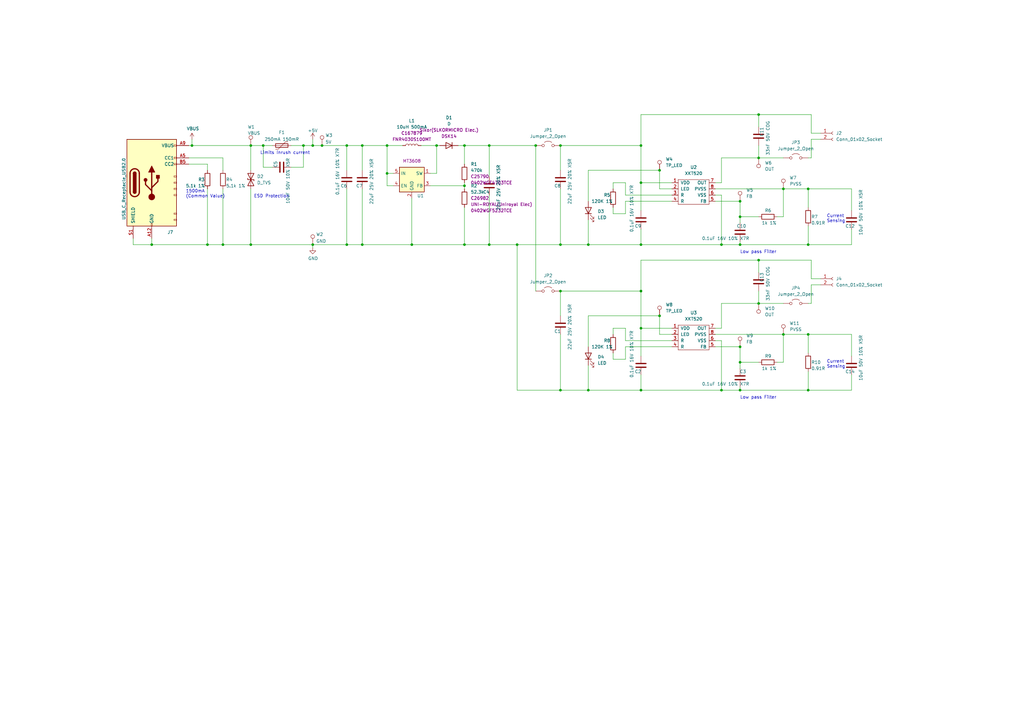
<source format=kicad_sch>
(kicad_sch (version 20250114) (generator "eeschema") (generator_version "9.0")
  (paper "A3")
  (lib_symbols
    (symbol "Connector:Conn_01x02_Socket" (pin_names (offset 1.016) (hide yes))
      (property "Reference" "J" (at 0 2.54 0))
      (property "Value" "Conn_01x02_Socket" (at 0 -5.08 0))
      (symbol "Conn_01x02_Socket_1_1"
        (polyline (pts (xy -1.27 0) (xy -0.508 0)) (stroke (width 0.1524)))
        (polyline (pts (xy -1.27 -2.54) (xy -0.508 -2.54)) (stroke (width 0.1524)))
        (arc (start 0 -0.508) (mid -0.5058 0) (end 0 0.508) (stroke (width 0.1524)))
        (arc (start 0 -3.048) (mid -0.5058 -2.54) (end 0 -2.032) (stroke (width 0.1524)))
        (pin passive line (at -5.08 0 0) (length 3.81) (name "Pin_1") (number "1"))
        (pin passive line (at -5.08 -2.54 0) (length 3.81) (name "Pin_2") (number "2"))
      )
    )
    (symbol "Device:C" (pin_numbers (hide yes)) (pin_names (offset 0.254))
      (property "Reference" "C" (at 0.635 2.54 0))
      (property "Value" "C" (at 0.635 -2.54 0))
      (symbol "C_0_1"
        (polyline (pts (xy -2.032 0.762) (xy 2.032 0.762)) (stroke (width 0.508)))
        (polyline (pts (xy -2.032 -0.762) (xy 2.032 -0.762)) (stroke (width 0.508)))
      )
      (symbol "C_1_1"
        (pin passive line (at 0 3.81 270) (length 2.794) (name "~") (number "1"))
        (pin passive line (at 0 -3.81 90) (length 2.794) (name "~") (number "2"))
      )
    )
    (symbol "Device:D" (pin_numbers (hide yes)) (pin_names (offset 1.016) (hide yes))
      (property "Reference" "D" (at 0 2.54 0))
      (property "Value" "D" (at 0 -2.54 0))
      (symbol "D_0_1"
        (polyline (pts (xy -1.27 1.27) (xy -1.27 -1.27)) (stroke (width 0.254)))
        (polyline (pts (xy 1.27 1.27) (xy 1.27 -1.27) (xy -1.27 0) (xy 1.27 1.27)) (stroke (width 0.254)))
        (polyline (pts (xy 1.27 0) (xy -1.27 0)))
      )
      (symbol "D_1_1"
        (pin passive line (at -3.81 0 0) (length 2.54) (name "K") (number "1"))
        (pin passive line (at 3.81 0 180) (length 2.54) (name "A") (number "2"))
      )
    )
    (symbol "Device:D_TVS" (pin_numbers (hide yes)) (pin_names (offset 1.016) (hide yes))
      (property "Reference" "D" (at 0 2.54 0))
      (property "Value" "D_TVS" (at 0 -2.54 0))
      (symbol "D_TVS_0_1"
        (polyline (pts (xy -2.54 1.27) (xy -2.54 -1.27) (xy 2.54 1.27) (xy 2.54 -1.27) (xy -2.54 1.27)) (stroke (width 0.254)))
        (polyline (pts (xy 0.508 1.27) (xy 0 1.27) (xy 0 -1.27) (xy -0.508 -1.27)) (stroke (width 0.254)))
        (polyline (pts (xy 1.27 0) (xy -1.27 0)))
      )
      (symbol "D_TVS_1_1"
        (pin passive line (at -3.81 0 0) (length 2.54) (name "A1") (number "1"))
        (pin passive line (at 3.81 0 180) (length 2.54) (name "A2") (number "2"))
      )
    )
    (symbol "Device:L" (pin_numbers (hide yes)) (pin_names (offset 1.016) (hide yes))
      (property "Reference" "L" (at -1.27 0 90))
      (property "Value" "L" (at 1.905 0 90))
      (symbol "L_0_1"
        (arc (start 0 2.54) (mid 0.6323 1.905) (end 0 1.27))
        (arc (start 0 1.27) (mid 0.6323 0.635) (end 0 0))
        (arc (start 0 0) (mid 0.6323 -0.635) (end 0 -1.27))
        (arc (start 0 -1.27) (mid 0.6323 -1.905) (end 0 -2.54))
      )
      (symbol "L_1_1"
        (pin passive line (at 0 3.81 270) (length 1.27) (name "1") (number "1"))
        (pin passive line (at 0 -3.81 90) (length 1.27) (name "2") (number "2"))
      )
    )
    (symbol "Device:LED" (pin_numbers (hide yes)) (pin_names (offset 1.016) (hide yes))
      (property "Reference" "D" (at 0 2.54 0))
      (property "Value" "LED" (at 0 -2.54 0))
      (symbol "LED_0_1"
        (polyline (pts (xy -3.048 -0.762) (xy -4.572 -2.286) (xy -3.81 -2.286) (xy -4.572 -2.286) (xy -4.572 -1.524)))
        (polyline (pts (xy -1.778 -0.762) (xy -3.302 -2.286) (xy -2.54 -2.286) (xy -3.302 -2.286) (xy -3.302 -1.524)))
        (polyline (pts (xy -1.27 0) (xy 1.27 0)))
        (polyline (pts (xy -1.27 -1.27) (xy -1.27 1.27)) (stroke (width 0.254)))
        (polyline (pts (xy 1.27 -1.27) (xy 1.27 1.27) (xy -1.27 0) (xy 1.27 -1.27)) (stroke (width 0.254)))
      )
      (symbol "LED_1_1"
        (pin passive line (at -3.81 0 0) (length 2.54) (name "K") (number "1"))
        (pin passive line (at 3.81 0 180) (length 2.54) (name "A") (number "2"))
      )
    )
    (symbol "Device:Polyfuse" (pin_numbers (hide yes)) (pin_names (offset 0))
      (property "Reference" "F" (at -2.54 0 90))
      (property "Value" "Polyfuse" (at 2.54 0 90))
      (symbol "Polyfuse_0_1"
        (polyline (pts (xy -1.524 2.54) (xy -1.524 1.524) (xy 1.524 -1.524) (xy 1.524 -2.54)))
        (rectangle (start -0.762 2.54) (end 0.762 -2.54) (stroke (width 0.254)))
        (polyline (pts (xy 0 2.54) (xy 0 -2.54)))
      )
      (symbol "Polyfuse_1_1"
        (pin passive line (at 0 3.81 270) (length 1.27) (name "~") (number "1"))
        (pin passive line (at 0 -3.81 90) (length 1.27) (name "~") (number "2"))
      )
    )
    (symbol "Device:R" (pin_numbers (hide yes)) (pin_names (offset 0))
      (property "Reference" "R" (at 2.032 0 90))
      (property "Value" "R" (at 0 0 90))
      (symbol "R_0_1"
        (rectangle (start -1.016 -2.54) (end 1.016 2.54) (stroke (width 0.254)))
      )
      (symbol "R_1_1"
        (pin passive line (at 0 3.81 270) (length 1.27) (name "~") (number "1"))
        (pin passive line (at 0 -3.81 90) (length 1.27) (name "~") (number "2"))
      )
    )
    (symbol "Jumper:Jumper_2_Open" (pin_numbers (hide yes)) (pin_names (offset 0) (hide yes)) (exclude_from_sim yes)
      (property "Reference" "JP" (at 0 2.794 0))
      (property "Value" "Jumper_2_Open" (at 0 -2.286 0))
      (symbol "Jumper_2_Open_0_0"
        (circle (center -2.032 0) (radius 0.508))
        (circle (center 2.032 0) (radius 0.508))
      )
      (symbol "Jumper_2_Open_0_1"
        (arc (start -1.524 1.27) (mid 0 1.778) (end 1.524 1.27))
      )
      (symbol "Jumper_2_Open_1_1"
        (pin passive line (at -5.08 0 0) (length 2.54) (name "A") (number "1"))
        (pin passive line (at 5.08 0 180) (length 2.54) (name "B") (number "2"))
      )
    )
    (symbol "Pixels-dice:TEST_1P-conn" (pin_numbers (hide yes)) (pin_names (offset 0.762) (hide yes))
      (property "Reference" "W" (at 0 6.858 0))
      (property "Value" "TEST_1P-conn" (at 0 5.08 0))
      (symbol "TEST_1P-conn_0_1"
        (circle (center 0 3.302) (radius 0.762))
      )
      (symbol "TEST_1P-conn_1_1"
        (pin passive line (at 0 0 90) (length 2.54) (name "1") (number "1"))
      )
    )
    (symbol "Pixels-dice:USB_C_Receptacle_USB2.0" (pin_names (offset 1.016))
      (property "Reference" "J" (at -10.16 19.05 0))
      (property "Value" "USB_C_Receptacle_USB2.0" (at 19.05 19.05 0))
      (symbol "USB_C_Receptacle_USB2.0_0_0"
        (rectangle (start -0.254 -17.78) (end 0.254 -16.764))
        (rectangle (start 10.16 15.494) (end 9.144 14.986))
        (rectangle (start 10.16 10.414) (end 9.144 9.906))
        (rectangle (start 10.16 7.874) (end 9.144 7.366))
        (rectangle (start 10.16 2.794) (end 9.144 2.286))
        (rectangle (start 10.16 0.254) (end 9.144 -0.254))
        (rectangle (start 10.16 -2.286) (end 9.144 -2.794))
        (rectangle (start 10.16 -4.826) (end 9.144 -5.334))
        (rectangle (start 10.16 -12.446) (end 9.144 -12.954))
        (rectangle (start 10.16 -14.986) (end 9.144 -15.494))
      )
      (symbol "USB_C_Receptacle_USB2.0_0_1"
        (rectangle (start -10.16 17.78) (end 10.16 -17.78) (stroke (width 0.254)) (fill (type background)))
        (polyline (pts (xy -8.89 -3.81) (xy -8.89 3.81)) (stroke (width 0.508)))
        (rectangle (start -7.62 -3.81) (end -6.35 3.81) (stroke (width 0.254)) (fill (type outline)))
        (arc (start -7.62 3.81) (mid -6.985 4.4422) (end -6.35 3.81) (stroke (width 0.254)))
        (arc (start -7.62 3.81) (mid -6.985 4.4422) (end -6.35 3.81) (stroke (width 0.254)) (fill (type outline)))
        (arc (start -8.89 3.81) (mid -6.985 5.7066) (end -5.08 3.81) (stroke (width 0.508)))
        (arc (start -5.08 -3.81) (mid -6.985 -5.7066) (end -8.89 -3.81) (stroke (width 0.508)))
        (arc (start -6.35 -3.81) (mid -6.985 -4.4422) (end -7.62 -3.81) (stroke (width 0.254)))
        (arc (start -6.35 -3.81) (mid -6.985 -4.4422) (end -7.62 -3.81) (stroke (width 0.254)) (fill (type outline)))
        (polyline (pts (xy -5.08 3.81) (xy -5.08 -3.81)) (stroke (width 0.508)))
        (circle (center -2.54 1.143) (radius 0.635) (stroke (width 0.254)) (fill (type outline)))
        (polyline (pts (xy -1.27 4.318) (xy 0 6.858) (xy 1.27 4.318) (xy -1.27 4.318)) (stroke (width 0.254)) (fill (type outline)))
        (polyline (pts (xy 0 -2.032) (xy 2.54 0.508) (xy 2.54 1.778)) (stroke (width 0.508)))
        (polyline (pts (xy 0 -3.302) (xy -2.54 -0.762) (xy -2.54 0.508)) (stroke (width 0.508)))
        (polyline (pts (xy 0 -5.842) (xy 0 4.318)) (stroke (width 0.508)))
        (circle (center 0 -5.842) (radius 1.27) (fill (type outline)))
        (rectangle (start 1.905 1.778) (end 3.175 3.048) (stroke (width 0.254)) (fill (type outline)))
      )
      (symbol "USB_C_Receptacle_USB2.0_1_1"
        (pin passive line (at -7.62 -22.86 90) (length 5.08) (name "SHIELD") (number "S1"))
        (pin passive line (at 0 -22.86 90) (length 5.08) (name "GND") (number "A12"))
        (pin passive line (at 0 -22.86 90) (length 5.08) (hide yes) (name "GND") (number "B12"))
        (pin passive line (at 15.24 15.24 180) (length 5.08) (name "VBUS") (number "A9"))
        (pin passive line (at 15.24 15.24 180) (length 5.08) (hide yes) (name "VBUS") (number "B9"))
        (pin bidirectional line (at 15.24 10.16 180) (length 5.08) (name "CC1") (number "A5"))
        (pin bidirectional line (at 15.24 7.62 180) (length 5.08) (name "CC2") (number "B5"))
      )
    )
    (symbol "Pixels-dice:XKT520" (pin_names (offset 1.016))
      (property "Reference" "U" (at 0 6.35 0))
      (property "Value" "XKT520" (at 0 -6.35 0))
      (symbol "XKT520_0_1"
        (rectangle (start -6.35 5.08) (end 6.35 -5.08))
      )
      (symbol "XKT520_1_1"
        (pin power_in line (at -8.89 3.81 0) (length 2.54) (name "VDD") (number "1"))
        (pin output line (at -8.89 1.27 0) (length 2.54) (name "LED") (number "2"))
        (pin passive line (at -8.89 -1.27 0) (length 2.54) (name "R") (number "3"))
        (pin passive line (at -8.89 -3.81 0) (length 2.54) (name "R") (number "4"))
        (pin output line (at 8.89 3.81 180) (length 2.54) (name "OUT") (number "7"))
        (pin output line (at 8.89 1.27 180) (length 2.54) (name "PVSS") (number "8"))
        (pin power_in line (at 8.89 -1.27 180) (length 2.54) (name "VSS") (number "6"))
        (pin input line (at 8.89 -3.81 180) (length 2.54) (name "FB") (number "5"))
      )
    )
    (symbol "Regulator_Switching:MT3608"
      (property "Reference" "U" (at -2.54 8.89 0))
      (property "Value" "MT3608" (at -3.81 6.35 0))
      (symbol "MT3608_0_1"
        (rectangle (start -5.08 5.08) (end 5.08 -5.08) (stroke (width 0.254)) (fill (type background)))
      )
      (symbol "MT3608_1_1"
        (pin power_in line (at -7.62 2.54 0) (length 2.54) (name "IN") (number "5"))
        (pin input line (at -7.62 -2.54 0) (length 2.54) (name "EN") (number "4"))
        (pin power_in line (at 0 -7.62 90) (length 2.54) (name "GND") (number "2"))
        (pin no_connect line (at 5.08 0 180) (length 2.54) (hide yes) (name "NC") (number "6"))
        (pin passive line (at 7.62 2.54 180) (length 2.54) (name "SW") (number "1"))
        (pin input line (at 7.62 -2.54 180) (length 2.54) (name "FB") (number "3"))
      )
    )
    (symbol "power:+5V" (power) (pin_names (offset 0))
      (property "Value" "+5V" (at 0 3.556 0))
      (symbol "+5V_0_1"
        (polyline (pts (xy -0.762 1.27) (xy 0 2.54)))
        (polyline (pts (xy 0 2.54) (xy 0.762 1.27)))
        (polyline (pts (xy 0 0) (xy 0 2.54)))
      )
      (symbol "+5V_1_1"
        (pin power_in line (at 0 0 90) (length 0) (hide yes) (name "+5V") (number "1"))
      )
    )
    (symbol "power:GND" (power) (pin_names (offset 0))
      (property "Value" "GND" (at 0 -3.81 0))
      (symbol "GND_0_1"
        (polyline (pts (xy 0 0) (xy 0 -1.27) (xy 1.27 -1.27) (xy 0 -2.54) (xy -1.27 -1.27) (xy 0 -1.27)))
      )
      (symbol "GND_1_1"
        (pin power_in line (at 0 0 270) (length 0) (hide yes) (name "GND") (number "1"))
      )
    )
    (symbol "power:VBUS" (power) (pin_names (offset 0))
      (property "Value" "VBUS" (at 0 3.81 0))
      (symbol "VBUS_0_1"
        (polyline (pts (xy -0.762 1.27) (xy 0 2.54)))
        (polyline (pts (xy 0 2.54) (xy 0.762 1.27)))
        (polyline (pts (xy 0 0) (xy 0 2.54)))
      )
      (symbol "VBUS_1_1"
        (pin power_in line (at 0 0 90) (length 0) (hide yes) (name "VBUS") (number "1"))
      )
    )
  )
  (text "1500mA\n(Common Value)" (at 76.2 81.28 0) (effects (font (size 1.27 1.27)) (justify left bottom)))
  (text "Current\nSensing" (at 339.09 91.44 0) (effects (font (size 1.27 1.27)) (justify left bottom)))
  (text "Low pass Filter" (at 303.53 163.83 0) (effects (font (size 1.27 1.27)) (justify left bottom)))
  (text "ESD Protection" (at 104.14 81.28 0) (effects (font (size 1.27 1.27)) (justify left bottom)))
  (text "Low pass Filter" (at 303.53 104.14 0) (effects (font (size 1.27 1.27)) (justify left bottom)))
  (text "Current\nSensing" (at 339.09 151.13 0) (effects (font (size 1.27 1.27)) (justify left bottom)))
  (text "Limits inrush current" (at 106.68 63.5 0) (effects (font (size 1.27 1.27)) (justify left bottom)))
  (junction (at 229.87 160.02))
  (junction (at 311.15 124.46))
  (junction (at 303.53 82.55))
  (junction (at 331.47 100.33))
  (junction (at 124.46 59.69))
  (junction (at 102.87 59.69))
  (junction (at 262.89 74.93))
  (junction (at 270.51 69.85))
  (junction (at 107.95 59.69))
  (junction (at 295.91 100.33))
  (junction (at 331.47 137.16))
  (junction (at 303.53 160.02))
  (junction (at 262.89 134.62))
  (junction (at 303.53 148.59))
  (junction (at 85.09 100.33))
  (junction (at 262.89 100.33))
  (junction (at 229.87 59.69))
  (junction (at 331.47 77.47))
  (junction (at 91.44 100.33))
  (junction (at 303.53 142.24))
  (junction (at 241.3 160.02))
  (junction (at 179.07 59.69))
  (junction (at 295.91 160.02))
  (junction (at 321.31 137.16))
  (junction (at 190.5 59.69))
  (junction (at 303.53 88.9))
  (junction (at 262.89 119.38))
  (junction (at 262.89 160.02))
  (junction (at 229.87 100.33))
  (junction (at 311.15 106.68))
  (junction (at 241.3 100.33))
  (junction (at 190.5 100.33))
  (junction (at 270.51 129.54))
  (junction (at 132.08 59.69))
  (junction (at 102.87 100.33))
  (junction (at 78.74 59.69))
  (junction (at 200.66 100.33))
  (junction (at 158.75 71.12))
  (junction (at 229.87 119.38))
  (junction (at 158.75 59.69))
  (junction (at 128.27 59.69))
  (junction (at 148.59 100.33))
  (junction (at 142.24 100.33))
  (junction (at 190.5 76.2))
  (junction (at 168.91 100.33))
  (junction (at 321.31 77.47))
  (junction (at 303.53 100.33))
  (junction (at 331.47 160.02))
  (junction (at 142.24 59.69))
  (junction (at 148.59 59.69))
  (junction (at 262.89 59.69))
  (junction (at 212.09 100.33))
  (junction (at 128.27 100.33))
  (junction (at 311.15 46.99))
  (junction (at 311.15 64.77))
  (junction (at 200.66 59.69))
  (junction (at 62.23 100.33))
  (junction (at 219.71 59.69))
  (wire (pts (xy 91.44 100.33) (xy 102.87 100.33)))
  (wire (pts (xy 262.89 100.33) (xy 295.91 100.33)))
  (wire (pts (xy 142.24 77.47) (xy 142.24 100.33)))
  (wire (pts (xy 176.53 71.12) (xy 179.07 71.12)))
  (wire (pts (xy 256.54 80.01) (xy 275.59 80.01)))
  (wire (pts (xy 212.09 100.33) (xy 229.87 100.33)))
  (wire (pts (xy 179.07 59.69) (xy 180.34 59.69)))
  (wire (pts (xy 158.75 59.69) (xy 158.75 71.12)))
  (wire (pts (xy 295.91 100.33) (xy 303.53 100.33)))
  (wire (pts (xy 321.31 148.59) (xy 321.31 137.16)))
  (wire (pts (xy 270.51 137.16) (xy 270.51 129.54)))
  (wire (pts (xy 303.53 148.59) (xy 311.15 148.59)))
  (wire (pts (xy 332.74 54.61) (xy 332.74 46.99)))
  (wire (pts (xy 102.87 59.69) (xy 107.95 59.69)))
  (wire (pts (xy 219.71 59.69) (xy 219.71 119.38)))
  (wire (pts (xy 321.31 88.9) (xy 321.31 77.47)))
  (wire (pts (xy 303.53 99.06) (xy 303.53 100.33)))
  (wire (pts (xy 332.74 124.46) (xy 332.74 116.84)))
  (wire (pts (xy 293.37 137.16) (xy 321.31 137.16)))
  (wire (pts (xy 190.5 59.69) (xy 200.66 59.69)))
  (wire (pts (xy 270.51 77.47) (xy 270.51 69.85)))
  (wire (pts (xy 229.87 100.33) (xy 241.3 100.33)))
  (wire (pts (xy 262.89 74.93) (xy 262.89 86.36)))
  (wire (pts (xy 161.29 76.2) (xy 158.75 76.2)))
  (wire (pts (xy 331.47 160.02) (xy 303.53 160.02)))
  (wire (pts (xy 321.31 137.16) (xy 331.47 137.16)))
  (wire (pts (xy 251.46 74.93) (xy 251.46 77.47)))
  (wire (pts (xy 78.74 57.15) (xy 78.74 59.69)))
  (wire (pts (xy 187.96 59.69) (xy 190.5 59.69)))
  (wire (pts (xy 62.23 97.79) (xy 62.23 100.33)))
  (wire (pts (xy 331.47 137.16) (xy 331.47 144.78)))
  (wire (pts (xy 262.89 119.38) (xy 262.89 134.62)))
  (wire (pts (xy 349.25 77.47) (xy 349.25 86.36)))
  (wire (pts (xy 262.89 46.99) (xy 311.15 46.99)))
  (wire (pts (xy 176.53 76.2) (xy 190.5 76.2)))
  (wire (pts (xy 142.24 69.85) (xy 142.24 59.69)))
  (wire (pts (xy 91.44 77.47) (xy 91.44 100.33)))
  (wire (pts (xy 293.37 142.24) (xy 303.53 142.24)))
  (wire (pts (xy 229.87 59.69) (xy 229.87 69.85)))
  (wire (pts (xy 262.89 46.99) (xy 262.89 59.69)))
  (wire (pts (xy 262.89 153.67) (xy 262.89 160.02)))
  (wire (pts (xy 295.91 80.01) (xy 293.37 80.01)))
  (wire (pts (xy 54.61 97.79) (xy 54.61 100.33)))
  (wire (pts (xy 148.59 59.69) (xy 158.75 59.69)))
  (wire (pts (xy 256.54 142.24) (xy 275.59 142.24)))
  (wire (pts (xy 165.1 59.69) (xy 158.75 59.69)))
  (wire (pts (xy 172.72 59.69) (xy 179.07 59.69)))
  (wire (pts (xy 158.75 71.12) (xy 161.29 71.12)))
  (wire (pts (xy 295.91 160.02) (xy 303.53 160.02)))
  (wire (pts (xy 241.3 100.33) (xy 262.89 100.33)))
  (wire (pts (xy 179.07 71.12) (xy 179.07 59.69)))
  (wire (pts (xy 311.15 106.68) (xy 311.15 111.76)))
  (wire (pts (xy 311.15 46.99) (xy 332.74 46.99)))
  (wire (pts (xy 241.3 69.85) (xy 270.51 69.85)))
  (wire (pts (xy 148.59 77.47) (xy 148.59 100.33)))
  (wire (pts (xy 91.44 64.77) (xy 91.44 69.85)))
  (wire (pts (xy 303.53 88.9) (xy 311.15 88.9)))
  (wire (pts (xy 331.47 77.47) (xy 349.25 77.47)))
  (wire (pts (xy 331.47 92.71) (xy 331.47 100.33)))
  (wire (pts (xy 229.87 119.38) (xy 229.87 129.54)))
  (wire (pts (xy 200.66 59.69) (xy 200.66 72.39)))
  (wire (pts (xy 256.54 87.63) (xy 256.54 82.55)))
  (wire (pts (xy 311.15 64.77) (xy 321.31 64.77)))
  (wire (pts (xy 331.47 137.16) (xy 349.25 137.16)))
  (wire (pts (xy 148.59 100.33) (xy 168.91 100.33)))
  (wire (pts (xy 331.47 77.47) (xy 331.47 85.09)))
  (wire (pts (xy 270.51 137.16) (xy 275.59 137.16)))
  (wire (pts (xy 142.24 59.69) (xy 148.59 59.69)))
  (wire (pts (xy 132.08 59.69) (xy 142.24 59.69)))
  (wire (pts (xy 124.46 68.58) (xy 124.46 59.69)))
  (wire (pts (xy 311.15 64.77) (xy 295.91 64.77)))
  (wire (pts (xy 293.37 82.55) (xy 303.53 82.55)))
  (wire (pts (xy 229.87 160.02) (xy 241.3 160.02)))
  (wire (pts (xy 295.91 124.46) (xy 295.91 134.62)))
  (wire (pts (xy 262.89 106.68) (xy 311.15 106.68)))
  (wire (pts (xy 318.77 88.9) (xy 321.31 88.9)))
  (wire (pts (xy 212.09 100.33) (xy 212.09 160.02)))
  (wire (pts (xy 200.66 100.33) (xy 200.66 80.01)))
  (wire (pts (xy 190.5 100.33) (xy 200.66 100.33)))
  (wire (pts (xy 303.53 158.75) (xy 303.53 160.02)))
  (wire (pts (xy 256.54 82.55) (xy 275.59 82.55)))
  (wire (pts (xy 107.95 59.69) (xy 111.76 59.69)))
  (wire (pts (xy 256.54 134.62) (xy 251.46 134.62)))
  (wire (pts (xy 190.5 100.33) (xy 190.5 85.09)))
  (wire (pts (xy 229.87 119.38) (xy 262.89 119.38)))
  (wire (pts (xy 332.74 57.15) (xy 336.55 57.15)))
  (wire (pts (xy 311.15 59.69) (xy 311.15 64.77)))
  (wire (pts (xy 262.89 106.68) (xy 262.89 119.38)))
  (wire (pts (xy 331.47 100.33) (xy 303.53 100.33)))
  (wire (pts (xy 295.91 64.77) (xy 295.91 74.93)))
  (wire (pts (xy 124.46 59.69) (xy 128.27 59.69)))
  (wire (pts (xy 111.76 68.58) (xy 107.95 68.58)))
  (wire (pts (xy 200.66 100.33) (xy 212.09 100.33)))
  (wire (pts (xy 251.46 147.32) (xy 251.46 144.78)))
  (wire (pts (xy 262.89 93.98) (xy 262.89 100.33)))
  (wire (pts (xy 262.89 134.62) (xy 275.59 134.62)))
  (wire (pts (xy 229.87 137.16) (xy 229.87 160.02)))
  (wire (pts (xy 251.46 87.63) (xy 251.46 85.09)))
  (wire (pts (xy 77.47 59.69) (xy 78.74 59.69)))
  (wire (pts (xy 303.53 88.9) (xy 303.53 82.55)))
  (wire (pts (xy 241.3 129.54) (xy 241.3 142.24)))
  (wire (pts (xy 77.47 64.77) (xy 91.44 64.77)))
  (wire (pts (xy 303.53 88.9) (xy 303.53 91.44)))
  (wire (pts (xy 295.91 80.01) (xy 295.91 100.33)))
  (wire (pts (xy 318.77 148.59) (xy 321.31 148.59)))
  (wire (pts (xy 256.54 134.62) (xy 256.54 139.7)))
  (wire (pts (xy 148.59 59.69) (xy 148.59 69.85)))
  (wire (pts (xy 119.38 68.58) (xy 124.46 68.58)))
  (wire (pts (xy 256.54 147.32) (xy 251.46 147.32)))
  (wire (pts (xy 85.09 67.31) (xy 85.09 69.85)))
  (wire (pts (xy 241.3 149.86) (xy 241.3 160.02)))
  (wire (pts (xy 251.46 134.62) (xy 251.46 137.16)))
  (wire (pts (xy 62.23 100.33) (xy 85.09 100.33)))
  (wire (pts (xy 349.25 153.67) (xy 349.25 160.02)))
  (wire (pts (xy 303.53 148.59) (xy 303.53 151.13)))
  (wire (pts (xy 349.25 100.33) (xy 331.47 100.33)))
  (wire (pts (xy 295.91 139.7) (xy 293.37 139.7)))
  (wire (pts (xy 321.31 77.47) (xy 331.47 77.47)))
  (wire (pts (xy 85.09 100.33) (xy 91.44 100.33)))
  (wire (pts (xy 241.3 129.54) (xy 270.51 129.54)))
  (wire (pts (xy 54.61 100.33) (xy 62.23 100.33)))
  (wire (pts (xy 190.5 76.2) (xy 190.5 77.47)))
  (wire (pts (xy 85.09 77.47) (xy 85.09 100.33)))
  (wire (pts (xy 270.51 77.47) (xy 275.59 77.47)))
  (wire (pts (xy 336.55 114.3) (xy 332.74 114.3)))
  (wire (pts (xy 168.91 100.33) (xy 190.5 100.33)))
  (wire (pts (xy 311.15 119.38) (xy 311.15 124.46)))
  (wire (pts (xy 212.09 160.02) (xy 229.87 160.02)))
  (wire (pts (xy 128.27 100.33) (xy 128.27 101.6)))
  (wire (pts (xy 128.27 57.15) (xy 128.27 59.69)))
  (wire (pts (xy 331.47 124.46) (xy 332.74 124.46)))
  (wire (pts (xy 78.74 59.69) (xy 102.87 59.69)))
  (wire (pts (xy 349.25 137.16) (xy 349.25 146.05)))
  (wire (pts (xy 311.15 106.68) (xy 332.74 106.68)))
  (wire (pts (xy 77.47 67.31) (xy 85.09 67.31)))
  (wire (pts (xy 331.47 152.4) (xy 331.47 160.02)))
  (wire (pts (xy 331.47 64.77) (xy 332.74 64.77)))
  (wire (pts (xy 332.74 114.3) (xy 332.74 106.68)))
  (wire (pts (xy 349.25 160.02) (xy 331.47 160.02)))
  (wire (pts (xy 158.75 76.2) (xy 158.75 71.12)))
  (wire (pts (xy 102.87 100.33) (xy 128.27 100.33)))
  (wire (pts (xy 349.25 93.98) (xy 349.25 100.33)))
  (wire (pts (xy 229.87 59.69) (xy 262.89 59.69)))
  (wire (pts (xy 229.87 77.47) (xy 229.87 100.33)))
  (wire (pts (xy 293.37 77.47) (xy 321.31 77.47)))
  (wire (pts (xy 336.55 54.61) (xy 332.74 54.61)))
  (wire (pts (xy 295.91 139.7) (xy 295.91 160.02)))
  (wire (pts (xy 262.89 74.93) (xy 275.59 74.93)))
  (wire (pts (xy 311.15 46.99) (xy 311.15 52.07)))
  (wire (pts (xy 200.66 59.69) (xy 219.71 59.69)))
  (wire (pts (xy 262.89 59.69) (xy 262.89 74.93)))
  (wire (pts (xy 332.74 116.84) (xy 336.55 116.84)))
  (wire (pts (xy 128.27 100.33) (xy 142.24 100.33)))
  (wire (pts (xy 256.54 147.32) (xy 256.54 142.24)))
  (wire (pts (xy 311.15 124.46) (xy 321.31 124.46)))
  (wire (pts (xy 262.89 134.62) (xy 262.89 146.05)))
  (wire (pts (xy 107.95 68.58) (xy 107.95 59.69)))
  (wire (pts (xy 256.54 139.7) (xy 275.59 139.7)))
  (wire (pts (xy 190.5 76.2) (xy 190.5 74.93)))
  (wire (pts (xy 119.38 59.69) (xy 124.46 59.69)))
  (wire (pts (xy 295.91 74.93) (xy 293.37 74.93)))
  (wire (pts (xy 295.91 134.62) (xy 293.37 134.62)))
  (wire (pts (xy 241.3 69.85) (xy 241.3 82.55)))
  (wire (pts (xy 262.89 160.02) (xy 295.91 160.02)))
  (wire (pts (xy 311.15 124.46) (xy 295.91 124.46)))
  (wire (pts (xy 332.74 64.77) (xy 332.74 57.15)))
  (wire (pts (xy 303.53 148.59) (xy 303.53 142.24)))
  (wire (pts (xy 128.27 59.69) (xy 132.08 59.69)))
  (wire (pts (xy 168.91 100.33) (xy 168.91 81.28)))
  (wire (pts (xy 241.3 90.17) (xy 241.3 100.33)))
  (wire (pts (xy 241.3 160.02) (xy 262.89 160.02)))
  (wire (pts (xy 102.87 77.47) (xy 102.87 100.33)))
  (wire (pts (xy 102.87 59.69) (xy 102.87 69.85)))
  (wire (pts (xy 256.54 74.93) (xy 251.46 74.93)))
  (wire (pts (xy 142.24 100.33) (xy 148.59 100.33)))
  (wire (pts (xy 256.54 87.63) (xy 251.46 87.63)))
  (wire (pts (xy 256.54 74.93) (xy 256.54 80.01)))
  (wire (pts (xy 190.5 59.69) (xy 190.5 67.31)))
  (symbol (lib_id "Device:C") (at 311.15 115.57 0) (mirror x) (unit 1)
    (property "Reference" "C13" (at 312.42 111.76 90) (effects (justify left)))
    (property "Value" "33nF 50V COG" (at 314.96 109.22 90) (effects (justify left)))
    (property "Footprint" "Capacitor_SMD:C_1206_3216Metric" (effects (hide yes)))
    (property "LCSC Part Number" "C97930" (effects (hide yes)))
    (property "Part Number" "GRM3195C1H333JA01D" (effects (hide yes)))
    (property "Manufacturer" "Murata" (effects (hide yes)))
  )
  (symbol (lib_id "Device:LED") (at 241.3 86.36 90) (unit 1)
    (property "Reference" "D3" (at 245.11 86.6774 90) (effects (justify right)))
    (property "Value" "LED" (at 245.11 89.2174 90) (effects (justify right)))
    (property "Footprint" "LED_SMD:LED_0603_1608Metric" (effects (hide yes)))
    (property "LCSC Part Number" "C125099" (effects (hide yes)))
    (property "Manufacturer" "Lite-On" (effects (hide yes)))
    (property "Part Number" "LTST-C191KRKT" (effects (hide yes)))
  )
  (symbol (lib_id "Pixels-dice:TEST_1P-conn") (at 303.53 142.24 0) (unit 1)
    (property "Reference" "W9" (at 306.07 137.6679 0) (effects (justify left)))
    (property "Value" "FB" (at 306.07 140.2079 0) (effects (justify left)))
    (property "Footprint" "Pixels-dice:TestPoint_1.5x1.5_Drill0.9mm" (effects (hide yes)))
  )
  (symbol (lib_id "Device:R") (at 251.46 81.28 180) (unit 1)
    (property "Reference" "R5" (at 247.65 80.01 0) (effects (justify right)))
    (property "Value" "120K 1%" (at 242.57 82.55 0) (effects (justify right)))
    (property "Footprint" "Resistor_SMD:R_0402_1005Metric" (effects (hide yes)))
    (property "LCSC Part Number" "C25750" (effects (hide yes)))
    (property "Part Number" "0402WGF1203TCE" (effects (hide yes)))
    (property "Manufacturer" "UNI-ROYAL(Uniroyal Elec)" (effects (hide yes)))
  )
  (symbol (lib_id "Device:C") (at 303.53 154.94 180) (unit 1)
    (property "Reference" "C3" (at 306.07 152.4 0) (effects (justify left)))
    (property "Value" "0.1uF 16V 10% X7R" (at 307.34 157.48 0) (effects (justify left)))
    (property "Footprint" "Capacitor_SMD:C_0603_1608Metric" (effects (hide yes)))
    (property "LCSC Part Number" "C66501" (effects (hide yes)))
    (property "Part Number" "CL10B104KO8NNNC" (effects (hide yes)))
    (property "Manufacturer" "Samsung Electro-Mechanics" (effects (hide yes)))
  )
  (symbol (lib_id "Jumper:Jumper_2_Open") (at 326.39 124.46 0) (unit 1) (exclude_from_sim yes)
    (property "Reference" "JP4" (at 326.39 118.11 0))
    (property "Value" "Jumper_2_Open" (at 326.39 120.65 0))
    (property "Footprint" "Connector_PinHeader_2.54mm:PinHeader_1x02_P2.54mm_Vertical" (effects (hide yes)))
    (property "Description" "Jumper, 2-pole, open" (effects (hide yes)))
  )
  (symbol (lib_id "Device:C") (at 303.53 95.25 180) (unit 1)
    (property "Reference" "C10" (at 306.07 92.71 0) (effects (justify left)))
    (property "Value" "0.1uF 16V 10% X7R" (at 307.34 97.79 0) (effects (justify left)))
    (property "Footprint" "Capacitor_SMD:C_0603_1608Metric" (effects (hide yes)))
    (property "LCSC Part Number" "C66501" (effects (hide yes)))
    (property "Part Number" "CL10B104KO8NNNC" (effects (hide yes)))
    (property "Manufacturer" "Samsung Electro-Mechanics" (effects (hide yes)))
  )
  (symbol (lib_id "Pixels-dice:TEST_1P-conn") (at 321.31 137.16 0) (unit 1)
    (property "Reference" "W11" (at 323.85 132.5879 0) (effects (justify left)))
    (property "Value" "PVSS" (at 323.85 135.1279 0) (effects (justify left)))
    (property "Footprint" "Pixels-dice:TestPoint_1.5x1.5_Drill0.9mm" (effects (hide yes)))
  )
  (symbol (lib_id "Pixels-dice:TEST_1P-conn") (at 270.51 129.54 0) (unit 1)
    (property "Reference" "W8" (at 273.05 124.9679 0) (effects (justify left)))
    (property "Value" "TP_LED" (at 273.05 127.5079 0) (effects (justify left)))
    (property "Footprint" "Pixels-dice:TestPoint_1.5x1.5_Drill0.9mm" (effects (hide yes)))
  )
  (symbol (lib_id "Device:R") (at 331.47 148.59 180) (unit 1)
    (property "Reference" "R10" (at 332.74 148.59 0) (effects (justify right)))
    (property "Value" "0.91R" (at 332.74 151.13 0) (effects (justify right)))
    (property "Footprint" "Resistor_SMD:R_1206_3216Metric" (effects (hide yes)))
    (property "LCSC Part Number" "C136987" (effects (hide yes)))
    (property "Part Number" "RL1206FR-7W0R91L" (effects (hide yes)))
    (property "Manufacturer" "YAGEO" (effects (hide yes)))
  )
  (symbol (lib_id "Jumper:Jumper_2_Open") (at 224.79 119.38 0) (unit 1) (exclude_from_sim yes)
    (property "Reference" "JP2" (at 224.79 113.03 0))
    (property "Value" "Jumper_2_Open" (at 224.79 115.57 0))
    (property "Footprint" "Connector_PinHeader_2.54mm:PinHeader_1x02_P2.54mm_Vertical" (effects (hide yes)))
    (property "Description" "Jumper, 2-pole, open" (effects (hide yes)))
  )
  (symbol (lib_id "Device:R") (at 91.44 73.66 180) (unit 1)
    (property "Reference" "R4" (at 92.71 73.66 0) (effects (justify right)))
    (property "Value" "5.1k 1%" (at 92.71 76.2 0) (effects (justify right)))
    (property "Footprint" "Resistor_SMD:R_0402_1005Metric" (effects (hide yes)))
    (property "LCSC Part Number" "C25905" (effects (hide yes)))
    (property "Part Number" "0402WGF5101TCE" (effects (hide yes)))
    (property "Manufacturer" "UNI-ROYAL(Uniroyal Elec)" (effects (hide yes)))
    (property "Pixels Part Number" "SMD-R101" (effects (hide yes)))
  )
  (symbol (lib_id "Pixels-dice:TEST_1P-conn") (at 132.08 59.69 0) (unit 1)
    (property "Reference" "W3" (at 133.477 55.4795 0) (effects (justify left)))
    (property "Value" "5V" (at 133.477 58.2546 0) (effects (justify left)))
    (property "Footprint" "Pixels-dice:TestPoint_1.5x1.5_Drill0.9mm" (effects (hide yes)))
  )
  (symbol (lib_id "Device:C") (at 229.87 73.66 0) (unit 1)
    (property "Reference" "C8" (at 227.33 76.2 0) (effects (justify left)))
    (property "Value" "22uF 25V 20% X5R" (at 233.68 83.82 90) (effects (justify left)))
    (property "Footprint" "Capacitor_SMD:C_0805_2012Metric" (effects (hide yes)))
    (property "LCSC Part Number" "C86816" (effects (hide yes)))
    (property "Part Number" "GRM21BR61E226ME44L" (effects (hide yes)))
    (property "Manufacturer" "Murata" (effects (hide yes)))
  )
  (symbol (lib_id "Pixels-dice:TEST_1P-conn") (at 311.15 64.77 180) (unit 1)
    (property "Reference" "W6" (at 313.69 66.8019 0) (effects (justify right)))
    (property "Value" "OUT" (at 313.69 69.3419 0) (effects (justify right)))
    (property "Footprint" "Pixels-dice:TestPoint_1.5x1.5_Drill0.9mm" (effects (hide yes)))
  )
  (symbol (lib_id "Device:C") (at 262.89 149.86 0) (unit 1)
    (property "Reference" "C2" (at 260.35 152.4 0) (effects (justify left)))
    (property "Value" "0.1uF 16V 10% X7R" (at 259.08 154.94 90) (effects (justify left)))
    (property "Footprint" "Capacitor_SMD:C_0603_1608Metric" (effects (hide yes)))
    (property "LCSC Part Number" "C66501" (effects (hide yes)))
    (property "Part Number" "CL10B104KO8NNNC" (effects (hide yes)))
    (property "Manufacturer" "Samsung Electro-Mechanics" (effects (hide yes)))
  )
  (symbol (lib_id "Device:C") (at 349.25 90.17 0) (unit 1)
    (property "Reference" "C12" (at 346.71 92.71 0) (effects (justify left)))
    (property "Value" "10uF 50V 10% X5R" (at 353.06 96.52 90) (effects (justify left)))
    (property "Footprint" "Capacitor_SMD:C_0805_2012Metric" (effects (hide yes)))
    (property "LCSC Part Number" "C440198" (effects (hide yes)))
    (property "Part Number" "GRM21BR61H106KE43L" (effects (hide yes)))
    (property "Manufacturer" "Murata" (effects (hide yes)))
  )
  (symbol (lib_id "Device:Polyfuse") (at 115.57 59.69 90) (unit 1)
    (property "Reference" "F1" (at 115.57 54.3265 90))
    (property "Value" "250mA 150mR" (at 115.57 57.1016 90))
    (property "Footprint" "Fuse:Fuse_1206_3216Metric" (effects (hide yes)))
    (property "Manufacturer" "BHFUSE" (effects (hide yes)))
    (property "Part Number" "BSMD1206-025-33V" (effects (hide yes)))
    (property "LCSC Part Number" "C2977524" (effects (hide yes)))
  )
  (symbol (lib_id "Device:L") (at 168.91 59.69 90) (unit 1)
    (property "Reference" "L1" (at 168.91 49.53 90))
    (property "Value" "10uH 500mA" (at 168.91 52.07 90))
    (property "Footprint" "Inductor_SMD:L_Taiyo-Yuden_MD-4040" (effects (hide yes)))
    (property "Description" "Inductor" (effects (hide yes)))
    (property "LCSC Part Number" "C167879" (at 168.91 54.61 90))
    (property "Manufacturer" "cjiang (Changjiang Microelectronics Tech)" (effects (hide yes)))
    (property "Part Number" "FNR4030S100MT" (at 168.91 57.15 90))
  )
  (symbol (lib_id "Device:C") (at 262.89 90.17 0) (unit 1)
    (property "Reference" "C9" (at 260.35 92.71 0) (effects (justify left)))
    (property "Value" "0.1uF 16V 10% X7R" (at 259.08 95.25 90) (effects (justify left)))
    (property "Footprint" "Capacitor_SMD:C_0603_1608Metric" (effects (hide yes)))
    (property "LCSC Part Number" "C66501" (effects (hide yes)))
    (property "Part Number" "CL10B104KO8NNNC" (effects (hide yes)))
    (property "Manufacturer" "Samsung Electro-Mechanics" (effects (hide yes)))
  )
  (symbol (lib_id "Device:R") (at 314.96 88.9 90) (unit 1)
    (property "Reference" "R6" (at 313.69 86.36 90) (effects (justify right)))
    (property "Value" "1k 1%" (at 312.42 91.44 90) (effects (justify right)))
    (property "Footprint" "Resistor_SMD:R_0402_1005Metric" (effects (hide yes)))
    (property "LCSC Part Number" "C11702" (effects (hide yes)))
    (property "Part Number" "0402WGF1001TCE" (effects (hide yes)))
    (property "Manufacturer" "UNI-ROYAL(Uniroyal Elec)" (effects (hide yes)))
  )
  (symbol (lib_id "Device:LED") (at 241.3 146.05 90) (unit 1)
    (property "Reference" "D4" (at 245.11 146.3674 90) (effects (justify right)))
    (property "Value" "LED" (at 245.11 148.9074 90) (effects (justify right)))
    (property "Footprint" "LED_SMD:LED_0603_1608Metric" (effects (hide yes)))
    (property "LCSC Part Number" "C125099" (effects (hide yes)))
    (property "Manufacturer" "Lite-On" (effects (hide yes)))
    (property "Part Number" "LTST-C191KRKT" (effects (hide yes)))
  )
  (symbol (lib_id "Pixels-dice:XKT520") (at 284.48 138.43 0) (unit 1)
    (property "Reference" "U3" (at 284.48 128.27 0))
    (property "Value" "XKT520" (at 284.48 130.81 0))
    (property "Footprint" "Pixels-dice:SOIC-8_3.9x4.9mm_P1.27mm" (effects (hide yes)))
  )
  (symbol (lib_id "Regulator_Switching:MT3608") (at 168.91 73.66 0) (unit 1)
    (property "Reference" "U1" (at 172.466 80.264 0))
    (property "Value" "MT3608" (effects (hide yes)))
    (property "Footprint" "Package_TO_SOT_SMD:SOT-23-6" (effects (hide yes)))
    (property "Datasheet" "https://www.olimex.com/Products/Breadboarding/BB-PWR-3608/resources/MT3608.pdf" (effects (hide yes)))
    (property "Description" "High Efficiency 1.2MHz 2A Step Up Converter, 2-24V Vin, 28V Vout, 4A current limit, 1.2MHz, SOT23-6" (effects (hide yes)))
    (property "LCSC Part Number" "C84817" (effects (hide yes)))
    (property "Manufacturer" "XI'AN Aerosemi Tech" (effects (hide yes)))
    (property "Part Number" "MT3608" (at 168.91 66.04 0))
  )
  (symbol (lib_id "Device:R") (at 190.5 71.12 0) (unit 1)
    (property "Reference" "R1" (at 193.04 67.3099 0) (effects (justify left)))
    (property "Value" "470k" (at 193.04 69.8499 0) (effects (justify left)))
    (property "Footprint" "Resistor_SMD:R_0402_1005Metric" (effects (hide yes)))
    (property "Description" "Resistor" (effects (hide yes)))
    (property "LCSC Part Number" "C25790" (at 193.04 72.3899 0) (effects (justify left)))
    (property "Manufacturer" "UNI-ROYAL(Uniroyal Elec)" (effects (hide yes)))
    (property "Part Number" "0402WGF4703TCE" (at 193.04 74.9299 0) (effects (justify left)))
  )
  (symbol (lib_id "Pixels-dice:TEST_1P-conn") (at 311.15 124.46 180) (unit 1)
    (property "Reference" "W10" (at 313.69 126.4919 0) (effects (justify right)))
    (property "Value" "OUT" (at 313.69 129.0319 0) (effects (justify right)))
    (property "Footprint" "Pixels-dice:TestPoint_1.5x1.5_Drill0.9mm" (effects (hide yes)))
  )
  (symbol (lib_id "Pixels-dice:TEST_1P-conn") (at 128.27 100.33 0) (unit 1)
    (property "Reference" "W2" (at 129.667 96.1195 0) (effects (justify left)))
    (property "Value" "GND" (at 129.667 98.8946 0) (effects (justify left)))
    (property "Footprint" "Pixels-dice:TestPoint_1.5x1.5_Drill0.9mm" (effects (hide yes)))
  )
  (symbol (lib_id "Pixels-dice:XKT520") (at 284.48 78.74 0) (unit 1)
    (property "Reference" "U2" (at 284.48 68.58 0))
    (property "Value" "XKT520" (at 284.48 71.12 0))
    (property "Footprint" "Pixels-dice:SOIC-8_3.9x4.9mm_P1.27mm" (effects (hide yes)))
  )
  (symbol (lib_id "Device:D_TVS") (at 102.87 73.66 270) (unit 1)
    (property "Reference" "D2" (at 105.41 72.3899 90) (effects (justify left)))
    (property "Value" "D_TVS" (at 105.41 74.9299 90) (effects (justify left)))
    (property "Footprint" "Pixels-dice:DFN" (effects (hide yes)))
    (property "Manufacturer" "Murata" (effects (hide yes)))
    (property "Part Number" "LXES1UTAA1-157" (effects (hide yes)))
    (property "LCSC Part Number" "C5210979" (effects (hide yes)))
  )
  (symbol (lib_id "Device:R") (at 331.47 88.9 180) (unit 1)
    (property "Reference" "R7" (at 332.74 88.9 0) (effects (justify right)))
    (property "Value" "0.91R" (at 332.74 91.44 0) (effects (justify right)))
    (property "Footprint" "Resistor_SMD:R_1206_3216Metric" (effects (hide yes)))
    (property "LCSC Part Number" "C136987" (effects (hide yes)))
    (property "Part Number" "RL1206FR-7W0R91L" (effects (hide yes)))
    (property "Manufacturer" "YAGEO" (effects (hide yes)))
  )
  (symbol (lib_id "Pixels-dice:USB_C_Receptacle_USB2.0") (at 62.23 74.93 0) (unit 1)
    (property "Reference" "J7" (at 69.85 95.25 0))
    (property "Value" "USB_C_Receptacle_USB2.0" (at 50.8 77.47 90))
    (property "Footprint" "Pixels-dice:USB-C-SMD_10P-P1.00-L6.8-W8.9" (effects (hide yes)))
    (property "Datasheet" "https://www.usb.org/sites/default/files/documents/usb_type-c.zip" (effects (hide yes)))
    (property "LCSC Part Number" "C283540" (effects (hide yes)))
    (property "Part Number" "TYPE-C-31-M-17" (effects (hide yes)))
    (property "Manufacturer" "Korean Hroparts Elec" (effects (hide yes)))
    (property "Pixels Part Number" "SMD-J108" (effects (hide yes)))
  )
  (symbol (lib_id "power:GND") (at 128.27 101.6 0) (unit 1)
    (property "Reference" "#PWR03" (effects (hide yes)))
    (property "Value" "GND" (at 128.397 105.9942 0))
  )
  (symbol (lib_id "Device:R") (at 251.46 140.97 180) (unit 1)
    (property "Reference" "R8" (at 247.65 139.7 0) (effects (justify right)))
    (property "Value" "120K 1%" (at 242.57 142.24 0) (effects (justify right)))
    (property "Footprint" "Resistor_SMD:R_0402_1005Metric" (effects (hide yes)))
    (property "LCSC Part Number" "C25750" (effects (hide yes)))
    (property "Part Number" "0402WGF1203TCE" (effects (hide yes)))
    (property "Manufacturer" "UNI-ROYAL(Uniroyal Elec)" (effects (hide yes)))
  )
  (symbol (lib_id "Device:R") (at 314.96 148.59 90) (unit 1)
    (property "Reference" "R9" (at 313.69 146.05 90) (effects (justify right)))
    (property "Value" "1k 1%" (at 312.42 151.13 90) (effects (justify right)))
    (property "Footprint" "Resistor_SMD:R_0402_1005Metric" (effects (hide yes)))
    (property "LCSC Part Number" "C11702" (effects (hide yes)))
    (property "Part Number" "0402WGF1001TCE" (effects (hide yes)))
    (property "Manufacturer" "UNI-ROYAL(Uniroyal Elec)" (effects (hide yes)))
  )
  (symbol (lib_id "Device:R") (at 190.5 81.28 0) (unit 1)
    (property "Reference" "R2" (at 193.04 76.1999 0) (effects (justify left)))
    (property "Value" "52.3k" (at 193.04 78.7399 0) (effects (justify left)))
    (property "Footprint" "Resistor_SMD:R_0402_1005Metric" (effects (hide yes)))
    (property "Description" "Resistor" (effects (hide yes)))
    (property "LCSC Part Number" "C26982" (at 193.04 81.2799 0) (effects (justify left)))
    (property "Manufacturer" "UNI-ROYAL(Uniroyal Elec)" (at 193.04 83.8199 0) (effects (justify left)))
    (property "Part Number" "0402WGF5232TCE" (at 193.04 86.3599 0) (effects (justify left)))
  )
  (symbol (lib_id "Device:C") (at 349.25 149.86 0) (unit 1)
    (property "Reference" "C14" (at 346.71 152.4 0) (effects (justify left)))
    (property "Value" "10uF 50V 10% X5R" (at 353.06 156.21 90) (effects (justify left)))
    (property "Footprint" "Capacitor_SMD:C_0805_2012Metric" (effects (hide yes)))
    (property "LCSC Part Number" "C440198" (effects (hide yes)))
    (property "Part Number" "GRM21BR61H106KE43L" (effects (hide yes)))
    (property "Manufacturer" "Murata" (effects (hide yes)))
  )
  (symbol (lib_id "power:+5V") (at 128.27 57.15 0) (unit 1)
    (property "Reference" "#PWR02" (effects (hide yes)))
    (property "Value" "+5V" (at 128.27 53.5455 0))
  )
  (symbol (lib_id "Jumper:Jumper_2_Open") (at 224.79 59.69 0) (unit 1) (exclude_from_sim yes)
    (property "Reference" "JP1" (at 224.79 53.34 0))
    (property "Value" "Jumper_2_Open" (at 224.79 55.88 0))
    (property "Footprint" "Connector_PinHeader_2.54mm:PinHeader_1x02_P2.54mm_Vertical" (effects (hide yes)))
    (property "Description" "Jumper, 2-pole, open" (effects (hide yes)))
  )
  (symbol (lib_id "Device:C") (at 200.66 76.2 0) (unit 1)
    (property "Reference" "C4" (at 198.12 78.74 0) (effects (justify left)))
    (property "Value" "22uF 25V 20% X5R" (at 204.47 86.36 90) (effects (justify left)))
    (property "Footprint" "Capacitor_SMD:C_0805_2012Metric" (effects (hide yes)))
    (property "LCSC Part Number" "C86816" (effects (hide yes)))
    (property "Part Number" "GRM21BR61E226ME44L" (effects (hide yes)))
    (property "Manufacturer" "Murata" (effects (hide yes)))
  )
  (symbol (lib_id "Connector:Conn_01x02_Socket") (at 341.63 54.61 0) (unit 1)
    (property "Reference" "J2" (at 342.9 54.6099 0) (effects (justify left)))
    (property "Value" "Conn_01x02_Socket" (at 342.9 57.1499 0) (effects (justify left)))
    (property "Footprint" "Library:Coil_Con" (effects (hide yes)))
    (property "Description" "Generic connector, single row, 01x02, script generated" (effects (hide yes)))
  )
  (symbol (lib_id "Device:C") (at 148.59 73.66 0) (unit 1)
    (property "Reference" "C7" (at 146.05 76.2 0) (effects (justify left)))
    (property "Value" "22uF 25V 20% X5R" (at 152.4 83.82 90) (effects (justify left)))
    (property "Footprint" "Capacitor_SMD:C_0805_2012Metric" (effects (hide yes)))
    (property "LCSC Part Number" "C86816" (effects (hide yes)))
    (property "Part Number" "GRM21BR61E226ME44L" (effects (hide yes)))
    (property "Manufacturer" "Murata" (effects (hide yes)))
  )
  (symbol (lib_id "Pixels-dice:TEST_1P-conn") (at 102.87 59.69 0) (unit 1)
    (property "Reference" "W1" (at 101.6 52.07 0) (effects (justify left)))
    (property "Value" "VBUS" (at 101.6 54.61 0) (effects (justify left)))
    (property "Footprint" "Pixels-dice:TestPoint_1.5x1.5_Drill0.9mm" (effects (hide yes)))
  )
  (symbol (lib_id "Device:C") (at 142.24 73.66 0) (unit 1)
    (property "Reference" "C6" (at 139.7 76.2 0) (effects (justify left)))
    (property "Value" "0.1uF 16V 10% X7R" (at 138.43 80.01 90) (effects (justify left)))
    (property "Footprint" "Capacitor_SMD:C_0603_1608Metric" (effects (hide yes)))
    (property "LCSC Part Number" "C66501" (effects (hide yes)))
    (property "Part Number" "CL10B104KO8NNNC" (effects (hide yes)))
    (property "Manufacturer" "Samsung Electro-Mechanics" (effects (hide yes)))
  )
  (symbol (lib_id "Device:C") (at 311.15 55.88 0) (mirror x) (unit 1)
    (property "Reference" "C11" (at 312.42 52.07 90) (effects (justify left)))
    (property "Value" "33nF 50V COG" (at 314.96 49.53 90) (effects (justify left)))
    (property "Footprint" "Capacitor_SMD:C_1206_3216Metric" (effects (hide yes)))
    (property "LCSC Part Number" "C97930" (effects (hide yes)))
    (property "Part Number" "GRM3195C1H333JA01D" (effects (hide yes)))
    (property "Manufacturer" "Murata" (effects (hide yes)))
  )
  (symbol (lib_id "Device:R") (at 85.09 73.66 180) (unit 1)
    (property "Reference" "R3" (at 81.28 73.66 0) (effects (justify right)))
    (property "Value" "5.1k 1%" (at 76.2 76.2 0) (effects (justify right)))
    (property "Footprint" "Resistor_SMD:R_0402_1005Metric" (effects (hide yes)))
    (property "LCSC Part Number" "C25905" (effects (hide yes)))
    (property "Part Number" "0402WGF5101TCE" (effects (hide yes)))
    (property "Manufacturer" "UNI-ROYAL(Uniroyal Elec)" (effects (hide yes)))
    (property "Pixels Part Number" "SMD-R101" (effects (hide yes)))
  )
  (symbol (lib_id "Device:C") (at 229.87 133.35 0) (unit 1)
    (property "Reference" "C1" (at 227.33 135.89 0) (effects (justify left)))
    (property "Value" "22uF 25V 20% X5R" (at 233.68 143.51 90) (effects (justify left)))
    (property "Footprint" "Capacitor_SMD:C_0805_2012Metric" (effects (hide yes)))
    (property "LCSC Part Number" "C86816" (effects (hide yes)))
    (property "Part Number" "GRM21BR61E226ME44L" (effects (hide yes)))
    (property "Manufacturer" "Murata" (effects (hide yes)))
  )
  (symbol (lib_id "Device:C") (at 115.57 68.58 270) (unit 1)
    (property "Reference" "C5" (at 113.03 66.04 0) (effects (justify left)))
    (property "Value" "10uF 50V 10% X5R" (at 118.11 64.77 0) (effects (justify left)))
    (property "Footprint" "Capacitor_SMD:C_0805_2012Metric" (effects (hide yes)))
    (property "LCSC Part Number" "C440198" (effects (hide yes)))
    (property "Part Number" "GRM21BR61H106KE43L" (effects (hide yes)))
    (property "Manufacturer" "Murata" (effects (hide yes)))
  )
  (symbol (lib_id "Device:D") (at 184.15 59.69 180) (unit 1)
    (property "Reference" "D1" (at 184.15 48.26 0))
    (property "Value" "D" (at 184.15 50.8 0))
    (property "Footprint" "Diode_SMD:Nexperia_CFP3_SOD-123W" (effects (hide yes)))
    (property "Description" "Diode" (effects (hide yes)))
    (property "Sim.Device" "D" (effects (hide yes)))
    (property "Sim.Pins" "1=K 2=A" (effects (hide yes)))
    (property "LCSC Part Number" "C2760892" (effects (hide yes)))
    (property "Manufacturer" "Slkor(SLKORMICRO Elec.)" (at 184.15 53.34 0))
    (property "Part Number" "DSK14" (at 184.15 55.88 0))
  )
  (symbol (lib_id "power:VBUS") (at 78.74 57.15 0) (unit 1)
    (property "Reference" "#PWR01" (effects (hide yes)))
    (property "Value" "VBUS" (at 79.121 52.7558 0))
  )
  (symbol (lib_id "Connector:Conn_01x02_Socket") (at 341.63 114.3 0) (unit 1)
    (property "Reference" "J4" (at 342.9 114.2999 0) (effects (justify left)))
    (property "Value" "Conn_01x02_Socket" (at 342.9 116.8399 0) (effects (justify left)))
    (property "Footprint" "Library:Coil_Con" (effects (hide yes)))
    (property "Description" "Generic connector, single row, 01x02, script generated" (effects (hide yes)))
  )
  (symbol (lib_id "Pixels-dice:TEST_1P-conn") (at 321.31 77.47 0) (unit 1)
    (property "Reference" "W7" (at 323.85 72.8979 0) (effects (justify left)))
    (property "Value" "PVSS" (at 323.85 75.4379 0) (effects (justify left)))
    (property "Footprint" "Pixels-dice:TestPoint_1.5x1.5_Drill0.9mm" (effects (hide yes)))
  )
  (symbol (lib_id "Pixels-dice:TEST_1P-conn") (at 303.53 82.55 0) (unit 1)
    (property "Reference" "W5" (at 306.07 77.9779 0) (effects (justify left)))
    (property "Value" "FB" (at 306.07 80.5179 0) (effects (justify left)))
    (property "Footprint" "Pixels-dice:TestPoint_1.5x1.5_Drill0.9mm" (effects (hide yes)))
  )
  (symbol (lib_id "Jumper:Jumper_2_Open") (at 326.39 64.77 0) (unit 1) (exclude_from_sim yes)
    (property "Reference" "JP3" (at 326.39 58.42 0))
    (property "Value" "Jumper_2_Open" (at 326.39 60.96 0))
    (property "Footprint" "Connector_PinHeader_2.54mm:PinHeader_1x02_P2.54mm_Vertical" (effects (hide yes)))
    (property "Description" "Jumper, 2-pole, open" (effects (hide yes)))
  )
  (symbol (lib_id "Pixels-dice:TEST_1P-conn") (at 270.51 69.85 0) (unit 1)
    (property "Reference" "W4" (at 273.05 65.2779 0) (effects (justify left)))
    (property "Value" "TP_LED" (at 273.05 67.8179 0) (effects (justify left)))
    (property "Footprint" "Pixels-dice:TestPoint_1.5x1.5_Drill0.9mm" (effects (hide yes)))
  )
)
</source>
